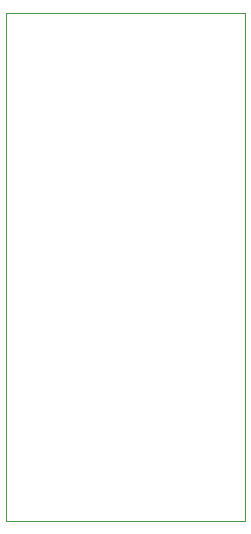
<source format=gbr>
G04 #@! TF.GenerationSoftware,KiCad,Pcbnew,(5.1.5)-3*
G04 #@! TF.CreationDate,2020-04-18T22:31:02-04:00*
G04 #@! TF.ProjectId,Single_Receiver_Out,53696e67-6c65-45f5-9265-636569766572,v1*
G04 #@! TF.SameCoordinates,Original*
G04 #@! TF.FileFunction,Profile,NP*
%FSLAX46Y46*%
G04 Gerber Fmt 4.6, Leading zero omitted, Abs format (unit mm)*
G04 Created by KiCad (PCBNEW (5.1.5)-3) date 2020-04-18 22:31:02*
%MOMM*%
%LPD*%
G04 APERTURE LIST*
%ADD10C,0.050000*%
G04 APERTURE END LIST*
D10*
X64501000Y-111217800D02*
X44301000Y-111217800D01*
X64501000Y-154217800D02*
X64501000Y-111217800D01*
X44301000Y-154217800D02*
X64501000Y-154217800D01*
X44301000Y-111217800D02*
X44301000Y-154217800D01*
M02*

</source>
